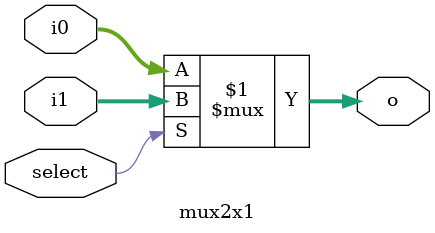
<source format=v>
module mux2x1(input [4:0] i0, input [4:0] i1, input select, output [4:0] o);
    assign o = select ? i1 : i0;
endmodule

</source>
